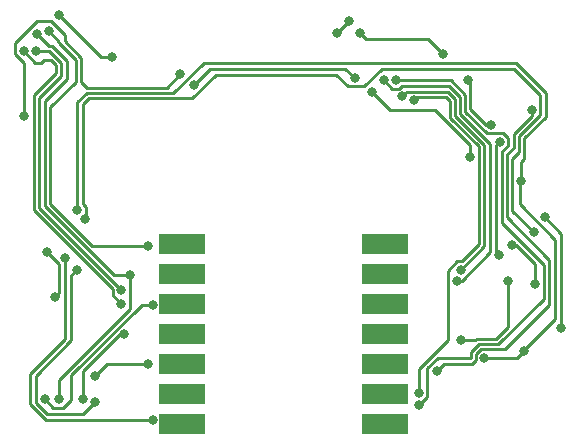
<source format=gbr>
%TF.GenerationSoftware,KiCad,Pcbnew,(6.0.6)*%
%TF.CreationDate,2022-12-29T17:59:43-06:00*%
%TF.ProjectId,Realm Card,5265616c-6d20-4436-9172-642e6b696361,A*%
%TF.SameCoordinates,Original*%
%TF.FileFunction,Copper,L2,Bot*%
%TF.FilePolarity,Positive*%
%FSLAX46Y46*%
G04 Gerber Fmt 4.6, Leading zero omitted, Abs format (unit mm)*
G04 Created by KiCad (PCBNEW (6.0.6)) date 2022-12-29 17:59:43*
%MOMM*%
%LPD*%
G01*
G04 APERTURE LIST*
%TA.AperFunction,ComponentPad*%
%ADD10R,4.000000X1.700000*%
%TD*%
%TA.AperFunction,ViaPad*%
%ADD11C,0.800000*%
%TD*%
%TA.AperFunction,Conductor*%
%ADD12C,0.250000*%
%TD*%
G04 APERTURE END LIST*
D10*
%TO.P,J1,1,Pin_1*%
%TO.N,WR*%
X16380000Y-22380000D03*
%TO.P,J1,2,Pin_2*%
%TO.N,SCK*%
X16380000Y-24920000D03*
%TO.P,J1,3,Pin_3*%
%TO.N,MISO*%
X16380000Y-27460000D03*
%TO.P,J1,4,Pin_4*%
%TO.N,MOSI*%
X16380000Y-30000000D03*
%TO.P,J1,5,Pin_5*%
%TO.N,+3.3V*%
X16380000Y-32540000D03*
%TO.P,J1,6,Pin_6*%
%TO.N,GND*%
X16380000Y-35080000D03*
%TO.P,J1,7,Pin_7*%
%TO.N,+5V*%
X16380000Y-37620000D03*
%TO.P,J1,8,Pin_8*%
%TO.N,BAT CHG*%
X33620000Y-22380000D03*
%TO.P,J1,9,Pin_9*%
%TO.N,LCD_CS*%
X33620000Y-24920000D03*
%TO.P,J1,10,Pin_10*%
%TO.N,SD_CS*%
X33620000Y-27460000D03*
%TO.P,J1,11,Pin_11*%
%TO.N,X+*%
X33620000Y-30000000D03*
%TO.P,J1,12,Pin_12*%
%TO.N,X-*%
X33620000Y-32540000D03*
%TO.P,J1,13,Pin_13*%
%TO.N,Y+*%
X33620000Y-35080000D03*
%TO.P,J1,14,Pin_14*%
%TO.N,Y-*%
X33620000Y-37620000D03*
%TD*%
D11*
%TO.N,GND*%
X6000000Y-3000000D03*
X10500000Y-6500000D03*
%TO.N,+5V*%
X13939502Y-37250000D03*
X45074500Y-17000000D03*
X42000000Y-32000000D03*
X45341779Y-31413878D03*
X6487701Y-23512299D03*
X7512299Y-19487701D03*
%TO.N,VBAT*%
X40000000Y-30500000D03*
X44000000Y-25500000D03*
%TO.N,+3.3V*%
X17369027Y-8869027D03*
X32500000Y-9500000D03*
X31000000Y-8275500D03*
X5619301Y-26856100D03*
X9012299Y-33512299D03*
X40775500Y-15000000D03*
X16263175Y-7924975D03*
X5000000Y-23000000D03*
X3000000Y-11500000D03*
X13500000Y-32500000D03*
%TO.N,SD_CS*%
X46162702Y-21337298D03*
X7487701Y-24512299D03*
X8219055Y-20194456D03*
X9000000Y-35750000D03*
%TO.N,MOSI*%
X11500000Y-30000000D03*
X3000497Y-6000000D03*
X11238200Y-27406850D03*
X8000000Y-35500000D03*
%TO.N,SCK*%
X29512299Y-4487701D03*
X30537251Y-3462749D03*
X12000000Y-25000000D03*
X6000000Y-35500000D03*
X4119302Y-4550500D03*
%TO.N,MISO*%
X13939502Y-27500000D03*
X11237700Y-26237700D03*
X4000000Y-6000000D03*
X4750000Y-35500000D03*
%TO.N,Net-(J3-Pad1)*%
X46000000Y-11000000D03*
X37980271Y-33085274D03*
%TO.N,Net-(R5-Pad2)*%
X47112299Y-20087701D03*
X48500000Y-29500000D03*
%TO.N,Y+*%
X36037625Y-10199500D03*
X36445498Y-35000000D03*
%TO.N,X+*%
X35050500Y-9849165D03*
X39986662Y-24537937D03*
%TO.N,Y-*%
X36445498Y-36000000D03*
X34500000Y-8500000D03*
%TO.N,X-*%
X33500000Y-8500000D03*
X39673788Y-25487206D03*
%TO.N,WR*%
X13500000Y-22500000D03*
X5093150Y-4325500D03*
%TO.N,LCD_CS*%
X42579639Y-12245459D03*
X38500000Y-6268131D03*
X31474500Y-4500000D03*
X43188482Y-23275500D03*
X40622438Y-8461908D03*
X43305041Y-13694959D03*
%TO.N,BAT CHG*%
X44289571Y-22474719D03*
X46275500Y-25750000D03*
%TD*%
D12*
%TO.N,GND*%
X9500000Y-6500000D02*
X10500000Y-6500000D01*
X6000000Y-3000000D02*
X9500000Y-6500000D01*
%TO.N,+5V*%
X3500000Y-35911701D02*
X3500000Y-33363604D01*
X45000000Y-19000000D02*
X48000000Y-22000000D01*
X45471795Y-31283862D02*
X45341779Y-31413878D01*
X45380041Y-13392751D02*
X47175000Y-11597792D01*
X48000000Y-28724500D02*
X45471795Y-31252705D01*
X45471795Y-31252705D02*
X45471795Y-31283862D01*
X6487701Y-30375903D02*
X6487701Y-23512299D01*
X47175000Y-11597792D02*
X47175000Y-9538604D01*
X3500000Y-33363604D02*
X6487701Y-30375903D01*
X45074500Y-17000000D02*
X45000000Y-17074500D01*
X48000000Y-22000000D02*
X48000000Y-28724500D01*
X47175000Y-9538604D02*
X44629027Y-6992631D01*
X44755657Y-32000000D02*
X45341779Y-31413878D01*
X42000000Y-32000000D02*
X44755657Y-32000000D01*
X4838299Y-37250000D02*
X3500000Y-35911701D01*
X7500000Y-19475402D02*
X7512299Y-19487701D01*
X8313604Y-9550000D02*
X7500000Y-10363604D01*
X15662749Y-9550000D02*
X8313604Y-9550000D01*
X45074500Y-17000000D02*
X45074500Y-15425500D01*
X45380041Y-15119959D02*
X45380041Y-13392751D01*
X45074500Y-15425500D02*
X45380041Y-15119959D01*
X18220118Y-6992631D02*
X15662749Y-9550000D01*
X45000000Y-17074500D02*
X45000000Y-19000000D01*
X44629027Y-6992631D02*
X18220118Y-6992631D01*
X7500000Y-10363604D02*
X7500000Y-19475402D01*
X13939502Y-37250000D02*
X4838299Y-37250000D01*
%TO.N,VBAT*%
X41326903Y-30375000D02*
X42988604Y-30375000D01*
X40000000Y-30500000D02*
X41201903Y-30500000D01*
X44000000Y-29363604D02*
X44000000Y-25500000D01*
X41201903Y-30500000D02*
X41326903Y-30375000D01*
X42988604Y-30375000D02*
X44000000Y-29363604D01*
%TO.N,+3.3V*%
X8350000Y-9100000D02*
X15088150Y-9100000D01*
X7850000Y-8600000D02*
X8350000Y-9100000D01*
X18738054Y-7500000D02*
X17369027Y-8869027D01*
X13500000Y-32500000D02*
X10024598Y-32500000D01*
X6000000Y-26475401D02*
X6000000Y-24049903D01*
X3000000Y-7024808D02*
X2275497Y-6300305D01*
X2275497Y-5369000D02*
X4144497Y-3500000D01*
X31000000Y-8275500D02*
X30224500Y-7500000D01*
X5762701Y-23812604D02*
X5762701Y-23762701D01*
X4144497Y-3500000D02*
X5292955Y-3500000D01*
X7850000Y-6577208D02*
X7850000Y-8600000D01*
X30224500Y-7500000D02*
X18738054Y-7500000D01*
X5762701Y-23762701D02*
X5000000Y-23000000D01*
X15088150Y-9100000D02*
X16263175Y-7924975D01*
X37500000Y-11000000D02*
X37816302Y-11000000D01*
X6450000Y-4657045D02*
X6450000Y-5177208D01*
X3000000Y-7024808D02*
X2987452Y-7037356D01*
X10024598Y-32500000D02*
X9012299Y-33512299D01*
X5292955Y-3500000D02*
X6450000Y-4657045D01*
X34000000Y-11000000D02*
X37500000Y-11000000D01*
X3000000Y-11500000D02*
X3000000Y-7024808D01*
X6000000Y-24049903D02*
X5762701Y-23812604D01*
X32500000Y-9500000D02*
X34000000Y-11000000D01*
X37816302Y-11000000D02*
X40775500Y-13959198D01*
X2275497Y-6300305D02*
X2275497Y-5369000D01*
X5619301Y-26856100D02*
X6000000Y-26475401D01*
X6450000Y-5177208D02*
X7850000Y-6577208D01*
X40775500Y-13959198D02*
X40775500Y-15000000D01*
%TO.N,SD_CS*%
X4974695Y-36750000D02*
X8000000Y-36750000D01*
X44930041Y-14569959D02*
X44930041Y-13206355D01*
X29454379Y-8000000D02*
X19262652Y-8000000D01*
X17262652Y-10000000D02*
X8500000Y-10000000D01*
X4000000Y-35775305D02*
X4974695Y-36750000D01*
X46725000Y-11411396D02*
X46725000Y-9725000D01*
X30454379Y-9000000D02*
X29454379Y-8000000D01*
X8500000Y-10000000D02*
X8000000Y-10500000D01*
X7000000Y-25000000D02*
X7000000Y-30500000D01*
X44350000Y-19524596D02*
X44350000Y-15150000D01*
X8000000Y-36750000D02*
X9000000Y-35750000D01*
X44350000Y-15150000D02*
X44930041Y-14569959D01*
X33303389Y-7500000D02*
X31803389Y-9000000D01*
X8237299Y-19187396D02*
X8237299Y-20176212D01*
X46162702Y-21337298D02*
X44350000Y-19524596D01*
X19262652Y-8000000D02*
X17262652Y-10000000D01*
X7487701Y-24512299D02*
X7000000Y-25000000D01*
X31803389Y-9000000D02*
X30454379Y-9000000D01*
X4000000Y-33500000D02*
X4000000Y-35775305D01*
X8237299Y-20176212D02*
X8219055Y-20194456D01*
X46725000Y-9725000D02*
X44500000Y-7500000D01*
X8000000Y-18950097D02*
X8237299Y-19187396D01*
X44930041Y-13206355D02*
X46725000Y-11411396D01*
X44500000Y-7500000D02*
X33303389Y-7500000D01*
X7000000Y-30500000D02*
X4000000Y-33500000D01*
X8000000Y-10500000D02*
X8000000Y-18950097D01*
%TO.N,MOSI*%
X5725000Y-7911396D02*
X5725000Y-7199695D01*
X4699695Y-6775000D02*
X4474695Y-7000000D01*
X11238200Y-27406850D02*
X10512700Y-26681350D01*
X3974695Y-7000000D02*
X3000497Y-6025802D01*
X4474695Y-7000000D02*
X3974695Y-7000000D01*
X8000000Y-33111091D02*
X11111091Y-30000000D01*
X5300305Y-6775000D02*
X4699695Y-6775000D01*
X3875000Y-9761396D02*
X5725000Y-7911396D01*
X11111091Y-30000000D02*
X11500000Y-30000000D01*
X3875000Y-19511396D02*
X3875000Y-9761396D01*
X10512700Y-26149096D02*
X3875000Y-19511396D01*
X10512700Y-26681350D02*
X10512700Y-26149096D01*
X5725000Y-7199695D02*
X5300305Y-6775000D01*
X8000000Y-35500000D02*
X8000000Y-33111091D01*
X3000497Y-6025802D02*
X3000497Y-6000000D01*
%TO.N,SCK*%
X30537251Y-3462749D02*
X29512299Y-4487701D01*
X5348097Y-5550000D02*
X5118802Y-5550000D01*
X11962700Y-27875599D02*
X6000000Y-33838299D01*
X6625000Y-8375000D02*
X6625000Y-6826903D01*
X6625000Y-6826903D02*
X5348097Y-5550000D01*
X5118802Y-5550000D02*
X4119302Y-4550500D01*
X12000000Y-25000000D02*
X10636396Y-25000000D01*
X4775000Y-19138604D02*
X4775000Y-10225000D01*
X4775000Y-10225000D02*
X6625000Y-8375000D01*
X10636396Y-25000000D02*
X4775000Y-19138604D01*
X6000000Y-33838299D02*
X6000000Y-35500000D01*
X12000000Y-25000000D02*
X11962700Y-25037300D01*
X11962700Y-25037300D02*
X11962700Y-27875599D01*
%TO.N,MISO*%
X7000000Y-33474695D02*
X7000000Y-35525305D01*
X6175000Y-7013299D02*
X6175000Y-8097792D01*
X6175000Y-8097792D02*
X4325000Y-9947792D01*
X4325000Y-19325000D02*
X11237700Y-26237700D01*
X5475000Y-36225000D02*
X4750000Y-35500000D01*
X4000000Y-6000000D02*
X5161701Y-6000000D01*
X13939502Y-27500000D02*
X12974695Y-27500000D01*
X4325000Y-9947792D02*
X4325000Y-19325000D01*
X12974695Y-27500000D02*
X7000000Y-33474695D01*
X7000000Y-35525305D02*
X6300305Y-36225000D01*
X6300305Y-36225000D02*
X5475000Y-36225000D01*
X5161701Y-6000000D02*
X6175000Y-7013299D01*
%TO.N,Net-(J3-Pad1)*%
X41699695Y-31275000D02*
X43725000Y-31275000D01*
X44480041Y-13019959D02*
X46000000Y-11500000D01*
X41275000Y-31699695D02*
X41699695Y-31275000D01*
X43725000Y-31275000D02*
X47500000Y-27500000D01*
X43900000Y-20099195D02*
X43900000Y-14761701D01*
X47500000Y-27500000D02*
X47500000Y-23699195D01*
X40945498Y-32500000D02*
X41275000Y-32170498D01*
X46000000Y-11500000D02*
X46000000Y-11000000D01*
X44480041Y-14181660D02*
X44480041Y-13019959D01*
X43900000Y-14761701D02*
X44480041Y-14181660D01*
X41275000Y-32170498D02*
X41275000Y-31699695D01*
X37980271Y-33085274D02*
X38565545Y-32500000D01*
X38565545Y-32500000D02*
X40945498Y-32500000D01*
X47500000Y-23699195D02*
X43900000Y-20099195D01*
%TO.N,Net-(R5-Pad2)*%
X48500000Y-21475402D02*
X48500000Y-29500000D01*
X47112299Y-20087701D02*
X48500000Y-21475402D01*
%TO.N,Y+*%
X38904551Y-24594743D02*
X39686357Y-23812937D01*
X39686357Y-23812937D02*
X40075266Y-23812937D01*
X36037625Y-10199500D02*
X36337126Y-9900000D01*
X39114859Y-11662161D02*
X41500000Y-14047302D01*
X36445498Y-32959053D02*
X38904551Y-30500000D01*
X40075266Y-23812937D02*
X41500000Y-22388203D01*
X36445498Y-35000000D02*
X36445498Y-32959053D01*
X36337126Y-9900000D02*
X38766912Y-9900000D01*
X41500000Y-22388203D02*
X41500000Y-14118012D01*
X39114859Y-10247947D02*
X39114859Y-11662161D01*
X38766912Y-9900000D02*
X39114859Y-10247947D01*
X41500000Y-14118012D02*
X41464645Y-14082657D01*
X38904551Y-30500000D02*
X38904551Y-24594743D01*
%TO.N,X+*%
X38932598Y-9500000D02*
X39514859Y-10082261D01*
X42000000Y-14052326D02*
X41964645Y-14016971D01*
X39514859Y-10082261D02*
X39514859Y-11496475D01*
X39514859Y-11496475D02*
X42000000Y-13981616D01*
X35399665Y-9500000D02*
X38932598Y-9500000D01*
X42000000Y-22524599D02*
X42000000Y-14052326D01*
X39986662Y-24537937D02*
X42000000Y-22524599D01*
X35050500Y-9849165D02*
X35399665Y-9500000D01*
%TO.N,Y-*%
X43450000Y-20610550D02*
X43450000Y-14575305D01*
X43605346Y-12969959D02*
X42190425Y-12969959D01*
X43450000Y-14575305D02*
X44030041Y-13995264D01*
X38068198Y-31972749D02*
X40825000Y-31972749D01*
X36445498Y-36000000D02*
X36445498Y-35725000D01*
X36745803Y-35725000D02*
X37170498Y-35300305D01*
X47000000Y-27000000D02*
X47000000Y-24160550D01*
X36445498Y-35725000D02*
X36745803Y-35725000D01*
X41513299Y-30825000D02*
X43175000Y-30825000D01*
X42190425Y-12969959D02*
X40364859Y-11144393D01*
X40364859Y-9730179D02*
X39134680Y-8500000D01*
X39134680Y-8500000D02*
X34500000Y-8500000D01*
X43175000Y-30825000D02*
X47000000Y-27000000D01*
X44030041Y-13394654D02*
X43605346Y-12969959D01*
X37170498Y-32870449D02*
X38068198Y-31972749D01*
X40364859Y-11144393D02*
X40364859Y-9730179D01*
X40825000Y-31972749D02*
X40825000Y-31513299D01*
X47000000Y-24160550D02*
X43450000Y-20610550D01*
X40825000Y-31513299D02*
X41513299Y-30825000D01*
X37170498Y-35300305D02*
X37170498Y-32870449D01*
X44030041Y-13995264D02*
X44030041Y-13394654D01*
%TO.N,X-*%
X34989950Y-9000000D02*
X38998284Y-9000000D01*
X40062698Y-25487206D02*
X39673788Y-25487206D01*
X33500000Y-8500000D02*
X34200000Y-9200000D01*
X34789950Y-9200000D02*
X34989950Y-9000000D01*
X39914859Y-9916575D02*
X39914859Y-11330789D01*
X42500000Y-23049904D02*
X40062698Y-25487206D01*
X39914859Y-11330789D02*
X42500000Y-13915930D01*
X38998284Y-9000000D02*
X39914859Y-9916575D01*
X42500000Y-13915930D02*
X42500000Y-23049904D01*
X34200000Y-9200000D02*
X34789950Y-9200000D01*
%TO.N,WR*%
X7400000Y-8600000D02*
X5225000Y-10775000D01*
X5093150Y-4325500D02*
X6000000Y-5232350D01*
X5225000Y-18952208D02*
X8772792Y-22500000D01*
X7400000Y-6763604D02*
X7400000Y-8600000D01*
X6000000Y-5363604D02*
X7400000Y-6763604D01*
X5225000Y-10775000D02*
X5225000Y-18952208D01*
X8772792Y-22500000D02*
X13500000Y-22500000D01*
X6000000Y-5232350D02*
X6000000Y-5363604D01*
%TO.N,LCD_CS*%
X43000000Y-14000000D02*
X43000000Y-23087018D01*
X43305041Y-13694959D02*
X43000000Y-14000000D01*
X37231869Y-5000000D02*
X38500000Y-6268131D01*
X31974500Y-5000000D02*
X37231869Y-5000000D01*
X42102321Y-12245459D02*
X40814859Y-10957997D01*
X40814859Y-8654329D02*
X40622438Y-8461908D01*
X43000000Y-23087018D02*
X43188482Y-23275500D01*
X42579639Y-12245459D02*
X42102321Y-12245459D01*
X31474500Y-4500000D02*
X31974500Y-5000000D01*
X40814859Y-10957997D02*
X40814859Y-8654329D01*
%TO.N,BAT CHG*%
X44677773Y-22474719D02*
X44289571Y-22474719D01*
X46275500Y-25750000D02*
X46275500Y-24072446D01*
X46275500Y-24072446D02*
X44677773Y-22474719D01*
%TD*%
M02*

</source>
